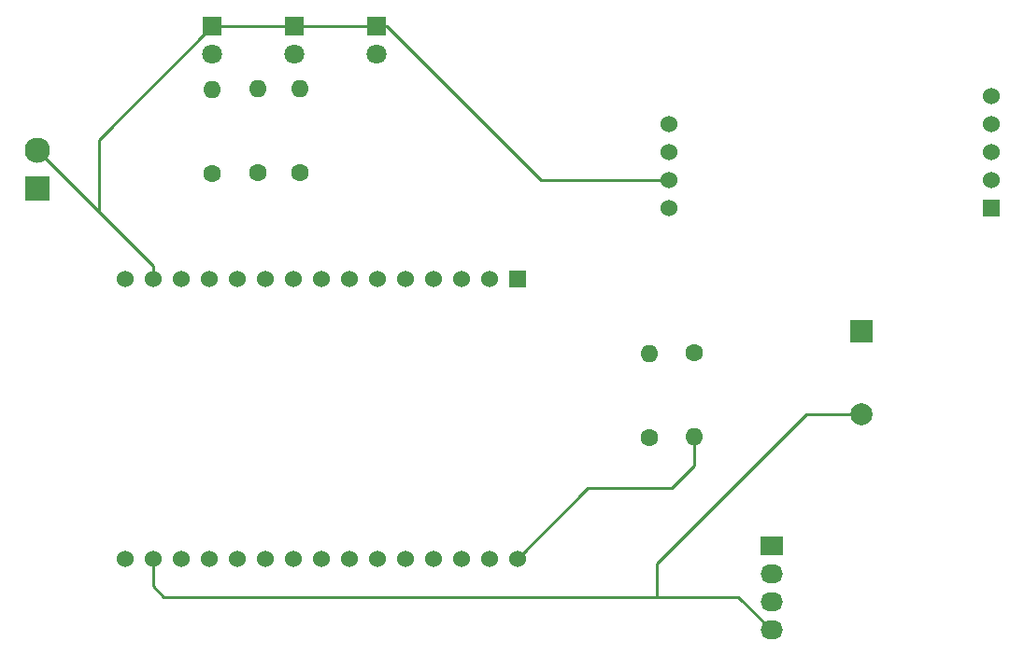
<source format=gbr>
%TF.GenerationSoftware,KiCad,Pcbnew,(5.1.9)-1*%
%TF.CreationDate,2021-03-06T00:16:47+01:00*%
%TF.ProjectId,CO2Sensor,434f3253-656e-4736-9f72-2e6b69636164,rev?*%
%TF.SameCoordinates,Original*%
%TF.FileFunction,Copper,L2,Bot*%
%TF.FilePolarity,Positive*%
%FSLAX46Y46*%
G04 Gerber Fmt 4.6, Leading zero omitted, Abs format (unit mm)*
G04 Created by KiCad (PCBNEW (5.1.9)-1) date 2021-03-06 00:16:47*
%MOMM*%
%LPD*%
G01*
G04 APERTURE LIST*
%TA.AperFunction,ComponentPad*%
%ADD10C,1.600000*%
%TD*%
%TA.AperFunction,ComponentPad*%
%ADD11O,1.600000X1.600000*%
%TD*%
%TA.AperFunction,ComponentPad*%
%ADD12R,1.800000X1.800000*%
%TD*%
%TA.AperFunction,ComponentPad*%
%ADD13C,1.800000*%
%TD*%
%TA.AperFunction,ComponentPad*%
%ADD14R,2.300000X2.300000*%
%TD*%
%TA.AperFunction,ComponentPad*%
%ADD15C,2.300000*%
%TD*%
%TA.AperFunction,ComponentPad*%
%ADD16R,1.524000X1.524000*%
%TD*%
%TA.AperFunction,ComponentPad*%
%ADD17C,1.524000*%
%TD*%
%TA.AperFunction,ComponentPad*%
%ADD18O,2.032000X1.727200*%
%TD*%
%TA.AperFunction,ComponentPad*%
%ADD19R,2.032000X1.727200*%
%TD*%
%TA.AperFunction,ComponentPad*%
%ADD20R,2.000000X2.000000*%
%TD*%
%TA.AperFunction,ComponentPad*%
%ADD21C,2.000000*%
%TD*%
%TA.AperFunction,Conductor*%
%ADD22C,0.250000*%
%TD*%
G04 APERTURE END LIST*
D10*
%TO.P,R2,1*%
%TO.N,Net-(R2-Pad1)*%
X101117400Y-77317600D03*
D11*
%TO.P,R2,2*%
%TO.N,Net-(D1-Pad2)*%
X101117400Y-69697600D03*
%TD*%
D12*
%TO.P,D1,1*%
%TO.N,Net-(D1-Pad1)*%
X108064300Y-64008000D03*
D13*
%TO.P,D1,2*%
%TO.N,Net-(D1-Pad2)*%
X108064300Y-66548000D03*
%TD*%
%TO.P,D2,2*%
%TO.N,Net-(D2-Pad2)*%
X100584000Y-66509900D03*
D12*
%TO.P,D2,1*%
%TO.N,Net-(D1-Pad1)*%
X100584000Y-63969900D03*
%TD*%
%TO.P,D3,1*%
%TO.N,Net-(D1-Pad1)*%
X93179900Y-64008000D03*
D13*
%TO.P,D3,2*%
%TO.N,Net-(D3-Pad2)*%
X93179900Y-66548000D03*
%TD*%
D10*
%TO.P,R4,1*%
%TO.N,Net-(R4-Pad1)*%
X93167200Y-77381100D03*
D11*
%TO.P,R4,2*%
%TO.N,Net-(D3-Pad2)*%
X93167200Y-69761100D03*
%TD*%
%TO.P,R3,2*%
%TO.N,Net-(D2-Pad2)*%
X97282000Y-69697600D03*
D10*
%TO.P,R3,1*%
%TO.N,Net-(R3-Pad1)*%
X97282000Y-77317600D03*
%TD*%
D14*
%TO.P,J1,1*%
%TO.N,Net-(J1-Pad1)*%
X77279500Y-78752700D03*
D15*
%TO.P,J1,2*%
%TO.N,Net-(D1-Pad1)*%
X77279500Y-75252700D03*
%TD*%
D16*
%TO.P,U2,1*%
%TO.N,Net-(U2-Pad1)*%
X163766500Y-80518000D03*
D17*
%TO.P,U2,2*%
%TO.N,Net-(U1-Pad6)*%
X163766500Y-77978000D03*
%TO.P,U2,3*%
%TO.N,Net-(U1-Pad7)*%
X163766500Y-75438000D03*
%TO.P,U2,4*%
%TO.N,Net-(U2-Pad4)*%
X163766500Y-72898000D03*
%TO.P,U2,5*%
%TO.N,Net-(U2-Pad5)*%
X163766500Y-70358000D03*
%TO.P,U2,6*%
%TO.N,Net-(J1-Pad1)*%
X134556500Y-80518000D03*
%TO.P,U2,7*%
%TO.N,Net-(D1-Pad1)*%
X134556500Y-77978000D03*
%TO.P,U2,8*%
%TO.N,Net-(U2-Pad8)*%
X134556500Y-75438000D03*
%TO.P,U2,9*%
%TO.N,Net-(U2-Pad9)*%
X134556500Y-72898000D03*
%TD*%
D16*
%TO.P,U1,1*%
%TO.N,Net-(U1-Pad1)*%
X120789700Y-86931500D03*
D17*
%TO.P,U1,2*%
%TO.N,Net-(U1-Pad2)*%
X118249700Y-86931500D03*
%TO.P,U1,3*%
%TO.N,Net-(U1-Pad3)*%
X115709700Y-86931500D03*
%TO.P,U1,4*%
%TO.N,Net-(U1-Pad4)*%
X113169700Y-86931500D03*
%TO.P,U1,5*%
%TO.N,Net-(U1-Pad5)*%
X110629700Y-86931500D03*
%TO.P,U1,6*%
%TO.N,Net-(U1-Pad6)*%
X108089700Y-86931500D03*
%TO.P,U1,7*%
%TO.N,Net-(U1-Pad7)*%
X105549700Y-86931500D03*
%TO.P,U1,8*%
%TO.N,Net-(U1-Pad8)*%
X103009700Y-86931500D03*
%TO.P,U1,9*%
%TO.N,Net-(U1-Pad9)*%
X100469700Y-86931500D03*
%TO.P,U1,10*%
%TO.N,Net-(U1-Pad10)*%
X97929700Y-86931500D03*
%TO.P,U1,11*%
%TO.N,Net-(R2-Pad1)*%
X95389700Y-86931500D03*
%TO.P,U1,12*%
%TO.N,Net-(R3-Pad1)*%
X92849700Y-86931500D03*
%TO.P,U1,13*%
%TO.N,Net-(R4-Pad1)*%
X90309700Y-86931500D03*
%TO.P,U1,14*%
%TO.N,Net-(D1-Pad1)*%
X87769700Y-86931500D03*
%TO.P,U1,15*%
%TO.N,Net-(J1-Pad1)*%
X85229700Y-86931500D03*
%TO.P,U1,16*%
%TO.N,Net-(R1-Pad2)*%
X85229700Y-112331500D03*
%TO.P,U1,17*%
%TO.N,Net-(BZ1-Pad2)*%
X87769700Y-112331500D03*
%TO.P,U1,18*%
%TO.N,Net-(U1-Pad18)*%
X90309700Y-112331500D03*
%TO.P,U1,19*%
%TO.N,Net-(U1-Pad19)*%
X92849700Y-112331500D03*
%TO.P,U1,20*%
%TO.N,Net-(R1-Pad1)*%
X95389700Y-112331500D03*
%TO.P,U1,21*%
%TO.N,Net-(U1-Pad21)*%
X97929700Y-112331500D03*
%TO.P,U1,22*%
%TO.N,Net-(U1-Pad22)*%
X100469700Y-112331500D03*
%TO.P,U1,23*%
%TO.N,Net-(U1-Pad23)*%
X103009700Y-112331500D03*
%TO.P,U1,24*%
%TO.N,Net-(U1-Pad24)*%
X105549700Y-112331500D03*
%TO.P,U1,25*%
%TO.N,Net-(U1-Pad25)*%
X108089700Y-112331500D03*
%TO.P,U1,26*%
%TO.N,Net-(U1-Pad26)*%
X110629700Y-112331500D03*
%TO.P,U1,27*%
%TO.N,Net-(U1-Pad27)*%
X113169700Y-112331500D03*
%TO.P,U1,28*%
%TO.N,Net-(U1-Pad28)*%
X115709700Y-112331500D03*
%TO.P,U1,29*%
%TO.N,Net-(U1-Pad29)*%
X118249700Y-112331500D03*
%TO.P,U1,30*%
%TO.N,Net-(R5-Pad2)*%
X120789700Y-112331500D03*
%TD*%
D18*
%TO.P,TH1,4*%
%TO.N,Net-(BZ1-Pad2)*%
X143827500Y-118795800D03*
%TO.P,TH1,3*%
%TO.N,Net-(TH1-Pad3)*%
X143827500Y-116255800D03*
%TO.P,TH1,2*%
%TO.N,Net-(R1-Pad1)*%
X143827500Y-113715800D03*
D19*
%TO.P,TH1,1*%
%TO.N,Net-(R1-Pad2)*%
X143827500Y-111175800D03*
%TD*%
D11*
%TO.P,R1,2*%
%TO.N,Net-(R1-Pad2)*%
X132765800Y-93713300D03*
D10*
%TO.P,R1,1*%
%TO.N,Net-(R1-Pad1)*%
X132765800Y-101333300D03*
%TD*%
D20*
%TO.P,BZ1,1*%
%TO.N,Net-(BZ1-Pad1)*%
X151955500Y-91655900D03*
D21*
%TO.P,BZ1,2*%
%TO.N,Net-(BZ1-Pad2)*%
X151955500Y-99255900D03*
%TD*%
D10*
%TO.P,R5,1*%
%TO.N,Net-(BZ1-Pad1)*%
X136867900Y-93662500D03*
D11*
%TO.P,R5,2*%
%TO.N,Net-(R5-Pad2)*%
X136867900Y-101282500D03*
%TD*%
D22*
%TO.N,Net-(BZ1-Pad2)*%
X87769700Y-112331500D02*
X87769700Y-114782600D01*
X87769700Y-114782600D02*
X88773000Y-115785900D01*
X140817600Y-115785900D02*
X143827500Y-118795800D01*
%TO.N,Net-(D1-Pad1)*%
X87769700Y-86931500D02*
X87769700Y-85742900D01*
X100584000Y-63969900D02*
X108026200Y-63969900D01*
X93179900Y-64008000D02*
X100545900Y-64008000D01*
X100545900Y-64008000D02*
X100584000Y-63969900D01*
X93179900Y-64431555D02*
X93179900Y-64008000D01*
X93179900Y-64008000D02*
X92354400Y-64008000D01*
X108026200Y-63969900D02*
X108064300Y-64008000D01*
X108064300Y-64008000D02*
X108978700Y-64008000D01*
X122948700Y-77978000D02*
X134556500Y-77978000D01*
X108978700Y-64008000D02*
X122948700Y-77978000D01*
X82858550Y-74329350D02*
X93179900Y-64008000D01*
X82858550Y-80831750D02*
X82858550Y-74329350D01*
X87769700Y-85742900D02*
X82858550Y-80831750D01*
X82858550Y-80831750D02*
X77279500Y-75252700D01*
%TO.N,Net-(BZ1-Pad2)*%
X151955500Y-99255900D02*
X146971700Y-99255900D01*
X133426200Y-112801400D02*
X133426200Y-115785900D01*
X146971700Y-99255900D02*
X133426200Y-112801400D01*
X133426200Y-115785900D02*
X140817600Y-115785900D01*
X88773000Y-115785900D02*
X133426200Y-115785900D01*
%TO.N,Net-(R5-Pad2)*%
X136867900Y-101282500D02*
X136867900Y-103911400D01*
X136867900Y-103911400D02*
X134835900Y-105943400D01*
X127177800Y-105943400D02*
X120789700Y-112331500D01*
X134835900Y-105943400D02*
X127177800Y-105943400D01*
%TD*%
M02*

</source>
